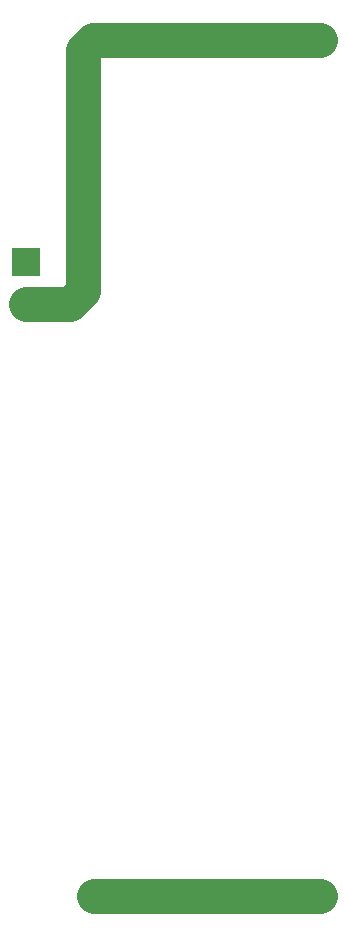
<source format=gbl>
%TF.GenerationSoftware,KiCad,Pcbnew,4.0.6*%
%TF.CreationDate,2017-06-08T05:46:57+03:00*%
%TF.ProjectId,18650_pcb,31383635305F7063622E6B696361645F,rev?*%
%TF.FileFunction,Copper,L2,Bot,Signal*%
%FSLAX46Y46*%
G04 Gerber Fmt 4.6, Leading zero omitted, Abs format (unit mm)*
G04 Created by KiCad (PCBNEW 4.0.6) date 06/08/17 05:46:57*
%MOMM*%
%LPD*%
G01*
G04 APERTURE LIST*
%ADD10C,0.200000*%
%ADD11C,2.500000*%
%ADD12C,2.400000*%
%ADD13R,2.400000X2.400000*%
%ADD14C,3.000000*%
G04 APERTURE END LIST*
D10*
D11*
X12121380Y-9091960D03*
X31221380Y-9091960D03*
X12121380Y-81591960D03*
X31221380Y-81591960D03*
D12*
X6350000Y-31450000D03*
D13*
X6350000Y-27950000D03*
D14*
X11150000Y-30350000D02*
X11150000Y-9950000D01*
X6350000Y-31450000D02*
X10050000Y-31450000D01*
X10050000Y-31450000D02*
X11150000Y-30350000D01*
X11150000Y-9950000D02*
X12008040Y-9091960D01*
X12008040Y-9091960D02*
X12121380Y-9091960D01*
X12121380Y-9091960D02*
X31221380Y-9091960D01*
X31221380Y-81591960D02*
X12121380Y-81591960D01*
M02*

</source>
